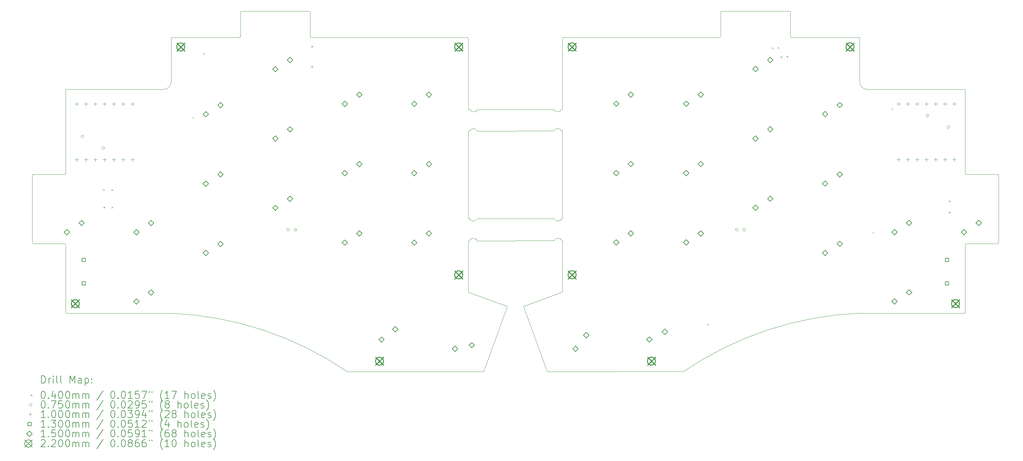
<source format=gbr>
%TF.GenerationSoftware,KiCad,Pcbnew,(6.0.11)*%
%TF.CreationDate,2023-05-08T18:46:19+08:00*%
%TF.ProjectId,DOOOPE,444f4f4f-5045-42e6-9b69-6361645f7063,Rev 1*%
%TF.SameCoordinates,Original*%
%TF.FileFunction,Drillmap*%
%TF.FilePolarity,Positive*%
%FSLAX45Y45*%
G04 Gerber Fmt 4.5, Leading zero omitted, Abs format (unit mm)*
G04 Created by KiCad (PCBNEW (6.0.11)) date 2023-05-08 18:46:19*
%MOMM*%
%LPD*%
G01*
G04 APERTURE LIST*
%ADD10C,0.100000*%
%ADD11C,0.200000*%
%ADD12C,0.040000*%
%ADD13C,0.075000*%
%ADD14C,0.130000*%
%ADD15C,0.150000*%
%ADD16C,0.220000*%
G04 APERTURE END LIST*
D10*
X27985893Y-10933742D02*
G75*
G03*
X28010893Y-10906235I-603J25662D01*
G01*
X16068393Y-10853166D02*
G75*
G03*
X15853393Y-10853166I-107500J-53900D01*
G01*
X16063393Y-7848166D02*
G75*
G03*
X15848393Y-7848166I-107500J-53900D01*
G01*
X20385893Y-5283742D02*
G75*
G03*
X20410893Y-5256235I-603J25662D01*
G01*
X2493393Y-12813166D02*
G75*
G03*
X2518393Y-12840666I25597J-1844D01*
G01*
X27070893Y-12838742D02*
G75*
G03*
X27095893Y-12811235I-603J25662D01*
G01*
X22343393Y-5283735D02*
X24183393Y-5283735D01*
X5405893Y-5285662D02*
G75*
G03*
X5378393Y-5310666I-1843J-25598D01*
G01*
X16083393Y-5311235D02*
X16083393Y-7260666D01*
X7245893Y-5285663D02*
G75*
G03*
X7273393Y-5260666I1847J25593D01*
G01*
X2493393Y-12813166D02*
X2493393Y-10963166D01*
X15840893Y-7260666D02*
G75*
G03*
X16055893Y-7260666I107500J53900D01*
G01*
X13505884Y-5313166D02*
G75*
G03*
X13480893Y-5285666I-25594J1846D01*
G01*
X7300893Y-4570662D02*
G75*
G03*
X7273393Y-4595666I-1843J-25598D01*
G01*
X13505893Y-7261916D02*
X13505893Y-5313166D01*
X28010895Y-9058735D02*
G75*
G03*
X27983393Y-9033735I-25655J-595D01*
G01*
X2493384Y-10963166D02*
G75*
G03*
X2468393Y-10935666I-25594J1846D01*
G01*
X13755893Y-7849416D02*
G75*
G03*
X13540893Y-7849416I-107500J-53900D01*
G01*
X16055893Y-7260666D02*
X16083393Y-7260666D01*
X13505893Y-7849416D02*
X13505893Y-10251916D01*
X13908393Y-14438168D02*
G75*
G03*
X13930893Y-14423166I1577J22009D01*
G01*
X27120893Y-10933734D02*
G75*
G03*
X27095893Y-10961235I597J-25657D01*
G01*
X15658393Y-14421235D02*
X15020893Y-12671235D01*
X27070893Y-12838735D02*
X24210893Y-12838735D01*
X13505893Y-10854416D02*
X13535893Y-10854416D01*
X9178384Y-4598166D02*
G75*
G03*
X9153393Y-4570666I-25594J1846D01*
G01*
X19398393Y-14433735D02*
X15680893Y-14436235D01*
X1605893Y-9035662D02*
G75*
G03*
X1578393Y-9060666I-1843J-25598D01*
G01*
X14568393Y-12673166D02*
X13930893Y-14423166D01*
X9178393Y-5258166D02*
G75*
G03*
X9203393Y-5285666I25597J-1844D01*
G01*
X13760893Y-7261916D02*
X15840893Y-7260666D01*
X14568392Y-12673166D02*
G75*
G03*
X14555893Y-12645666I-18952J7976D01*
G01*
X15848393Y-10250666D02*
G75*
G03*
X16063393Y-10250666I107500J53900D01*
G01*
X27095893Y-10961235D02*
X27095893Y-12811235D01*
X22315896Y-5258735D02*
G75*
G03*
X22343393Y-5283735I25654J595D01*
G01*
X15658400Y-14421232D02*
G75*
G03*
X15680893Y-14436235I20920J7002D01*
G01*
X5405893Y-5285666D02*
X7245893Y-5285666D01*
X20435893Y-4568735D02*
X22288393Y-4568735D01*
X5378393Y-6495666D02*
X5378393Y-5310666D01*
X24420893Y-6708735D02*
X27095893Y-6708735D01*
X13755893Y-10251916D02*
X15848393Y-10250666D01*
X2468393Y-10935666D02*
X1603393Y-10935666D01*
X13750893Y-10854416D02*
X15853393Y-10853166D01*
X24210893Y-6493735D02*
G75*
G03*
X24420893Y-6708735I205717J-9125D01*
G01*
X20435893Y-4568734D02*
G75*
G03*
X20410893Y-4596235I597J-25657D01*
G01*
X1578393Y-10908166D02*
X1578393Y-9060666D01*
X13755893Y-7849416D02*
X15848393Y-7848166D01*
X22315893Y-4593735D02*
X22315893Y-5258735D01*
X13548393Y-7261916D02*
G75*
G03*
X13760893Y-7261916I106250J53273D01*
G01*
X24210895Y-5308735D02*
G75*
G03*
X24183393Y-5283735I-25655J-595D01*
G01*
X9203393Y-5285666D02*
X13480893Y-5285666D01*
X2493393Y-6710666D02*
X5168393Y-6710666D01*
X22315895Y-4593735D02*
G75*
G03*
X22288393Y-4568735I-25655J-595D01*
G01*
X2493393Y-9010666D02*
X2493393Y-6710666D01*
X27095896Y-9008735D02*
G75*
G03*
X27123393Y-9033735I25654J595D01*
G01*
X15033390Y-12643727D02*
G75*
G03*
X15020893Y-12671235I6450J-19523D01*
G01*
X24210893Y-5308735D02*
X24210893Y-6493735D01*
X13505893Y-7261916D02*
X13548393Y-7261916D01*
X16108393Y-5283735D02*
X20385893Y-5283735D01*
X16108393Y-5283734D02*
G75*
G03*
X16083393Y-5311235I597J-25657D01*
G01*
X5378393Y-12840666D02*
X2518393Y-12840666D01*
X27985893Y-10933735D02*
X27120893Y-10933735D01*
X1605893Y-9035666D02*
X2465893Y-9035666D01*
X13505893Y-7849416D02*
X13540893Y-7849416D01*
X10190893Y-14435666D02*
G75*
G03*
X5378393Y-12840666I-5200846J-7634471D01*
G01*
X16063393Y-10250666D02*
X16083393Y-10250666D01*
X28010893Y-9058735D02*
X28010893Y-10906235D01*
X20410893Y-5256235D02*
X20410893Y-4596235D01*
X27095893Y-6708735D02*
X27095893Y-9008735D01*
X13505893Y-10854416D02*
X13505893Y-12238166D01*
X13505893Y-10251916D02*
X13540893Y-10251916D01*
X24210893Y-12838735D02*
G75*
G03*
X19398393Y-14433735I388347J-9229475D01*
G01*
X2465893Y-9035663D02*
G75*
G03*
X2493393Y-9010666I1847J25593D01*
G01*
X16063394Y-12266238D02*
G75*
G03*
X16083393Y-12236235I-10414J28608D01*
G01*
X16063393Y-7848166D02*
X16083393Y-7848166D01*
X9178393Y-4598166D02*
X9178393Y-5258166D01*
X13505898Y-12238167D02*
G75*
G03*
X13525893Y-12268166I30922J-1053D01*
G01*
X13750893Y-10854416D02*
G75*
G03*
X13535893Y-10854416I-107500J-53900D01*
G01*
X27123393Y-9033735D02*
X27983393Y-9033735D01*
X16083393Y-10853166D02*
X16083393Y-12236235D01*
X13525893Y-12268166D02*
X14555893Y-12645666D01*
X7300893Y-4570666D02*
X9153393Y-4570666D01*
X7273393Y-5260666D02*
X7273393Y-4595666D01*
X13908393Y-14438166D02*
X10190893Y-14435666D01*
X5168393Y-6710671D02*
G75*
G03*
X5378393Y-6495666I4277J205881D01*
G01*
X13540893Y-10251916D02*
G75*
G03*
X13755893Y-10251916I107500J53900D01*
G01*
X15033393Y-12643735D02*
X16063393Y-12266235D01*
X16083393Y-7848166D02*
X16083393Y-10250666D01*
X16068393Y-10853166D02*
X16083393Y-10853166D01*
X1578393Y-10908166D02*
G75*
G03*
X1603393Y-10935666I25597J-1844D01*
G01*
D11*
D12*
X3518393Y-9443166D02*
X3558393Y-9483166D01*
X3558393Y-9443166D02*
X3518393Y-9483166D01*
X3528393Y-9923166D02*
X3568393Y-9963166D01*
X3568393Y-9923166D02*
X3528393Y-9963166D01*
X3743393Y-9920666D02*
X3783393Y-9960666D01*
X3783393Y-9920666D02*
X3743393Y-9960666D01*
X3745893Y-9445666D02*
X3785893Y-9485666D01*
X3785893Y-9445666D02*
X3745893Y-9485666D01*
X5960893Y-7468166D02*
X6000893Y-7508166D01*
X6000893Y-7468166D02*
X5960893Y-7508166D01*
X6253393Y-5710666D02*
X6293393Y-5750666D01*
X6293393Y-5710666D02*
X6253393Y-5750666D01*
X9210893Y-5515666D02*
X9250893Y-5555666D01*
X9250893Y-5515666D02*
X9210893Y-5555666D01*
X9210893Y-6065666D02*
X9250893Y-6105666D01*
X9250893Y-6065666D02*
X9210893Y-6105666D01*
X20035893Y-13125666D02*
X20075893Y-13165666D01*
X20075893Y-13125666D02*
X20035893Y-13165666D01*
X21803393Y-5560666D02*
X21843393Y-5600666D01*
X21843393Y-5560666D02*
X21803393Y-5600666D01*
X21965893Y-5548166D02*
X22005893Y-5588166D01*
X22005893Y-5548166D02*
X21965893Y-5588166D01*
X22045893Y-5803166D02*
X22085893Y-5843166D01*
X22085893Y-5803166D02*
X22045893Y-5843166D01*
X22213393Y-5793166D02*
X22253393Y-5833166D01*
X22253393Y-5793166D02*
X22213393Y-5833166D01*
X24560893Y-10618166D02*
X24600893Y-10658166D01*
X24600893Y-10618166D02*
X24560893Y-10658166D01*
X25083393Y-7228166D02*
X25123393Y-7268166D01*
X25123393Y-7228166D02*
X25083393Y-7268166D01*
X26648393Y-9755666D02*
X26688393Y-9795666D01*
X26688393Y-9755666D02*
X26648393Y-9795666D01*
X26648393Y-10058166D02*
X26688393Y-10098166D01*
X26688393Y-10058166D02*
X26648393Y-10098166D01*
D13*
X2990193Y-8000166D02*
G75*
G03*
X2990193Y-8000166I-37500J0D01*
G01*
X3561693Y-8317666D02*
G75*
G03*
X3561693Y-8317666I-37500J0D01*
G01*
X8615893Y-10550666D02*
G75*
G03*
X8615893Y-10550666I-37500J0D01*
G01*
X8815893Y-10550666D02*
G75*
G03*
X8815893Y-10550666I-37500J0D01*
G01*
X20885893Y-10550666D02*
G75*
G03*
X20885893Y-10550666I-37500J0D01*
G01*
X21085893Y-10550666D02*
G75*
G03*
X21085893Y-10550666I-37500J0D01*
G01*
X26104112Y-7426166D02*
G75*
G03*
X26104112Y-7426166I-37500J0D01*
G01*
X26675612Y-7743666D02*
G75*
G03*
X26675612Y-7743666I-37500J0D01*
G01*
D10*
X2793893Y-7061166D02*
X2793893Y-7161166D01*
X2743893Y-7111166D02*
X2843893Y-7111166D01*
X2793893Y-8585166D02*
X2793893Y-8685166D01*
X2743893Y-8635166D02*
X2843893Y-8635166D01*
X3047893Y-7061166D02*
X3047893Y-7161166D01*
X2997893Y-7111166D02*
X3097893Y-7111166D01*
X3047893Y-8585166D02*
X3047893Y-8685166D01*
X2997893Y-8635166D02*
X3097893Y-8635166D01*
X3301893Y-7061166D02*
X3301893Y-7161166D01*
X3251893Y-7111166D02*
X3351893Y-7111166D01*
X3301893Y-8585166D02*
X3301893Y-8685166D01*
X3251893Y-8635166D02*
X3351893Y-8635166D01*
X3555893Y-7061166D02*
X3555893Y-7161166D01*
X3505893Y-7111166D02*
X3605893Y-7111166D01*
X3555893Y-8585166D02*
X3555893Y-8685166D01*
X3505893Y-8635166D02*
X3605893Y-8635166D01*
X3809893Y-7061166D02*
X3809893Y-7161166D01*
X3759893Y-7111166D02*
X3859893Y-7111166D01*
X3809893Y-8585166D02*
X3809893Y-8685166D01*
X3759893Y-8635166D02*
X3859893Y-8635166D01*
X4063893Y-7061166D02*
X4063893Y-7161166D01*
X4013893Y-7111166D02*
X4113893Y-7111166D01*
X4063893Y-8585166D02*
X4063893Y-8685166D01*
X4013893Y-8635166D02*
X4113893Y-8635166D01*
X4317893Y-7061166D02*
X4317893Y-7161166D01*
X4267893Y-7111166D02*
X4367893Y-7111166D01*
X4317893Y-8585166D02*
X4317893Y-8685166D01*
X4267893Y-8635166D02*
X4367893Y-8635166D01*
X25272912Y-7058666D02*
X25272912Y-7158666D01*
X25222912Y-7108666D02*
X25322912Y-7108666D01*
X25272912Y-8582666D02*
X25272912Y-8682666D01*
X25222912Y-8632666D02*
X25322912Y-8632666D01*
X25526912Y-7058666D02*
X25526912Y-7158666D01*
X25476912Y-7108666D02*
X25576912Y-7108666D01*
X25526912Y-8582666D02*
X25526912Y-8682666D01*
X25476912Y-8632666D02*
X25576912Y-8632666D01*
X25780912Y-7058666D02*
X25780912Y-7158666D01*
X25730912Y-7108666D02*
X25830912Y-7108666D01*
X25780912Y-8582666D02*
X25780912Y-8682666D01*
X25730912Y-8632666D02*
X25830912Y-8632666D01*
X26034912Y-7058666D02*
X26034912Y-7158666D01*
X25984912Y-7108666D02*
X26084912Y-7108666D01*
X26034912Y-8582666D02*
X26034912Y-8682666D01*
X25984912Y-8632666D02*
X26084912Y-8632666D01*
X26288912Y-7058666D02*
X26288912Y-7158666D01*
X26238912Y-7108666D02*
X26338912Y-7108666D01*
X26288912Y-8582666D02*
X26288912Y-8682666D01*
X26238912Y-8632666D02*
X26338912Y-8632666D01*
X26542912Y-7058666D02*
X26542912Y-7158666D01*
X26492912Y-7108666D02*
X26592912Y-7108666D01*
X26542912Y-8582666D02*
X26542912Y-8682666D01*
X26492912Y-8632666D02*
X26592912Y-8632666D01*
X26796912Y-7058666D02*
X26796912Y-7158666D01*
X26746912Y-7108666D02*
X26846912Y-7108666D01*
X26796912Y-8582666D02*
X26796912Y-8682666D01*
X26746912Y-8632666D02*
X26846912Y-8632666D01*
D14*
X3031855Y-11421629D02*
X3031855Y-11329704D01*
X2939931Y-11329704D01*
X2939931Y-11421629D01*
X3031855Y-11421629D01*
X3031855Y-12071629D02*
X3031855Y-11979704D01*
X2939931Y-11979704D01*
X2939931Y-12071629D01*
X3031855Y-12071629D01*
X26649355Y-11421629D02*
X26649355Y-11329704D01*
X26557431Y-11329704D01*
X26557431Y-11421629D01*
X26649355Y-11421629D01*
X26649355Y-12071629D02*
X26649355Y-11979704D01*
X26557431Y-11979704D01*
X26557431Y-12071629D01*
X26649355Y-12071629D01*
D15*
X2528393Y-10695666D02*
X2603393Y-10620666D01*
X2528393Y-10545666D01*
X2453393Y-10620666D01*
X2528393Y-10695666D01*
X2928393Y-10445666D02*
X3003393Y-10370666D01*
X2928393Y-10295666D01*
X2853393Y-10370666D01*
X2928393Y-10445666D01*
X4428393Y-10695666D02*
X4503393Y-10620666D01*
X4428393Y-10545666D01*
X4353393Y-10620666D01*
X4428393Y-10695666D01*
X4428393Y-12595666D02*
X4503393Y-12520666D01*
X4428393Y-12445666D01*
X4353393Y-12520666D01*
X4428393Y-12595666D01*
X4828393Y-10445666D02*
X4903393Y-10370666D01*
X4828393Y-10295666D01*
X4753393Y-10370666D01*
X4828393Y-10445666D01*
X4828393Y-12345666D02*
X4903393Y-12270666D01*
X4828393Y-12195666D01*
X4753393Y-12270666D01*
X4828393Y-12345666D01*
X6328393Y-7465666D02*
X6403393Y-7390666D01*
X6328393Y-7315666D01*
X6253393Y-7390666D01*
X6328393Y-7465666D01*
X6328393Y-9365666D02*
X6403393Y-9290666D01*
X6328393Y-9215666D01*
X6253393Y-9290666D01*
X6328393Y-9365666D01*
X6328393Y-11265666D02*
X6403393Y-11190666D01*
X6328393Y-11115666D01*
X6253393Y-11190666D01*
X6328393Y-11265666D01*
X6728393Y-7215666D02*
X6803393Y-7140666D01*
X6728393Y-7065666D01*
X6653393Y-7140666D01*
X6728393Y-7215666D01*
X6728393Y-9115666D02*
X6803393Y-9040666D01*
X6728393Y-8965666D01*
X6653393Y-9040666D01*
X6728393Y-9115666D01*
X6728393Y-11015666D02*
X6803393Y-10940666D01*
X6728393Y-10865666D01*
X6653393Y-10940666D01*
X6728393Y-11015666D01*
X8228393Y-6230666D02*
X8303393Y-6155666D01*
X8228393Y-6080666D01*
X8153393Y-6155666D01*
X8228393Y-6230666D01*
X8228393Y-8130666D02*
X8303393Y-8055666D01*
X8228393Y-7980666D01*
X8153393Y-8055666D01*
X8228393Y-8130666D01*
X8228393Y-10030666D02*
X8303393Y-9955666D01*
X8228393Y-9880666D01*
X8153393Y-9955666D01*
X8228393Y-10030666D01*
X8628393Y-5980666D02*
X8703393Y-5905666D01*
X8628393Y-5830666D01*
X8553393Y-5905666D01*
X8628393Y-5980666D01*
X8628393Y-7880666D02*
X8703393Y-7805666D01*
X8628393Y-7730666D01*
X8553393Y-7805666D01*
X8628393Y-7880666D01*
X8628393Y-9780666D02*
X8703393Y-9705666D01*
X8628393Y-9630666D01*
X8553393Y-9705666D01*
X8628393Y-9780666D01*
X10128393Y-7180666D02*
X10203393Y-7105666D01*
X10128393Y-7030666D01*
X10053393Y-7105666D01*
X10128393Y-7180666D01*
X10128393Y-9080666D02*
X10203393Y-9005666D01*
X10128393Y-8930666D01*
X10053393Y-9005666D01*
X10128393Y-9080666D01*
X10128393Y-10980666D02*
X10203393Y-10905666D01*
X10128393Y-10830666D01*
X10053393Y-10905666D01*
X10128393Y-10980666D01*
X10528393Y-6930666D02*
X10603393Y-6855666D01*
X10528393Y-6780666D01*
X10453393Y-6855666D01*
X10528393Y-6930666D01*
X10528393Y-8830666D02*
X10603393Y-8755666D01*
X10528393Y-8680666D01*
X10453393Y-8755666D01*
X10528393Y-8830666D01*
X10528393Y-10730666D02*
X10603393Y-10655666D01*
X10528393Y-10580666D01*
X10453393Y-10655666D01*
X10528393Y-10730666D01*
X11133301Y-13638269D02*
X11208301Y-13563269D01*
X11133301Y-13488269D01*
X11058301Y-13563269D01*
X11133301Y-13638269D01*
X11509990Y-13354358D02*
X11584990Y-13279358D01*
X11509990Y-13204358D01*
X11434990Y-13279358D01*
X11509990Y-13354358D01*
X12028393Y-7180666D02*
X12103393Y-7105666D01*
X12028393Y-7030666D01*
X11953393Y-7105666D01*
X12028393Y-7180666D01*
X12028393Y-9080666D02*
X12103393Y-9005666D01*
X12028393Y-8930666D01*
X11953393Y-9005666D01*
X12028393Y-9080666D01*
X12028393Y-10980666D02*
X12103393Y-10905666D01*
X12028393Y-10830666D01*
X11953393Y-10905666D01*
X12028393Y-10980666D01*
X12428393Y-6930666D02*
X12503393Y-6855666D01*
X12428393Y-6780666D01*
X12353393Y-6855666D01*
X12428393Y-6930666D01*
X12428393Y-8830666D02*
X12503393Y-8755666D01*
X12428393Y-8680666D01*
X12353393Y-8755666D01*
X12428393Y-8830666D01*
X12428393Y-10730666D02*
X12503393Y-10655666D01*
X12428393Y-10580666D01*
X12353393Y-10655666D01*
X12428393Y-10730666D01*
X13142920Y-13887673D02*
X13217920Y-13812673D01*
X13142920Y-13737673D01*
X13067920Y-13812673D01*
X13142920Y-13887673D01*
X13604302Y-13789558D02*
X13679302Y-13714558D01*
X13604302Y-13639558D01*
X13529302Y-13714558D01*
X13604302Y-13789558D01*
X16440116Y-13885173D02*
X16515116Y-13810173D01*
X16440116Y-13735173D01*
X16365116Y-13810173D01*
X16440116Y-13885173D01*
X16730488Y-13513441D02*
X16805488Y-13438441D01*
X16730488Y-13363441D01*
X16655488Y-13438441D01*
X16730488Y-13513441D01*
X17554643Y-7178166D02*
X17629643Y-7103166D01*
X17554643Y-7028166D01*
X17479643Y-7103166D01*
X17554643Y-7178166D01*
X17554643Y-9078166D02*
X17629643Y-9003166D01*
X17554643Y-8928166D01*
X17479643Y-9003166D01*
X17554643Y-9078166D01*
X17554643Y-10978166D02*
X17629643Y-10903166D01*
X17554643Y-10828166D01*
X17479643Y-10903166D01*
X17554643Y-10978166D01*
X17954643Y-6928166D02*
X18029643Y-6853166D01*
X17954643Y-6778166D01*
X17879643Y-6853166D01*
X17954643Y-6928166D01*
X17954643Y-8828166D02*
X18029643Y-8753166D01*
X17954643Y-8678166D01*
X17879643Y-8753166D01*
X17954643Y-8828166D01*
X17954643Y-10728166D02*
X18029643Y-10653166D01*
X17954643Y-10578166D01*
X17879643Y-10653166D01*
X17954643Y-10728166D01*
X18460985Y-13635769D02*
X18535985Y-13560769D01*
X18460985Y-13485769D01*
X18385985Y-13560769D01*
X18460985Y-13635769D01*
X18881252Y-13421583D02*
X18956252Y-13346583D01*
X18881252Y-13271583D01*
X18806252Y-13346583D01*
X18881252Y-13421583D01*
X19465893Y-7178166D02*
X19540893Y-7103166D01*
X19465893Y-7028166D01*
X19390893Y-7103166D01*
X19465893Y-7178166D01*
X19465893Y-9078166D02*
X19540893Y-9003166D01*
X19465893Y-8928166D01*
X19390893Y-9003166D01*
X19465893Y-9078166D01*
X19465893Y-10978166D02*
X19540893Y-10903166D01*
X19465893Y-10828166D01*
X19390893Y-10903166D01*
X19465893Y-10978166D01*
X19865893Y-6928166D02*
X19940893Y-6853166D01*
X19865893Y-6778166D01*
X19790893Y-6853166D01*
X19865893Y-6928166D01*
X19865893Y-8828166D02*
X19940893Y-8753166D01*
X19865893Y-8678166D01*
X19790893Y-8753166D01*
X19865893Y-8828166D01*
X19865893Y-10728166D02*
X19940893Y-10653166D01*
X19865893Y-10578166D01*
X19790893Y-10653166D01*
X19865893Y-10728166D01*
X21365893Y-6228166D02*
X21440893Y-6153166D01*
X21365893Y-6078166D01*
X21290893Y-6153166D01*
X21365893Y-6228166D01*
X21365893Y-8128166D02*
X21440893Y-8053166D01*
X21365893Y-7978166D01*
X21290893Y-8053166D01*
X21365893Y-8128166D01*
X21365893Y-10028166D02*
X21440893Y-9953166D01*
X21365893Y-9878166D01*
X21290893Y-9953166D01*
X21365893Y-10028166D01*
X21765893Y-5978166D02*
X21840893Y-5903166D01*
X21765893Y-5828166D01*
X21690893Y-5903166D01*
X21765893Y-5978166D01*
X21765893Y-7878166D02*
X21840893Y-7803166D01*
X21765893Y-7728166D01*
X21690893Y-7803166D01*
X21765893Y-7878166D01*
X21765893Y-9778166D02*
X21840893Y-9703166D01*
X21765893Y-9628166D01*
X21690893Y-9703166D01*
X21765893Y-9778166D01*
X23265893Y-7463166D02*
X23340893Y-7388166D01*
X23265893Y-7313166D01*
X23190893Y-7388166D01*
X23265893Y-7463166D01*
X23265893Y-9363166D02*
X23340893Y-9288166D01*
X23265893Y-9213166D01*
X23190893Y-9288166D01*
X23265893Y-9363166D01*
X23265893Y-11263166D02*
X23340893Y-11188166D01*
X23265893Y-11113166D01*
X23190893Y-11188166D01*
X23265893Y-11263166D01*
X23665893Y-7213166D02*
X23740893Y-7138166D01*
X23665893Y-7063166D01*
X23590893Y-7138166D01*
X23665893Y-7213166D01*
X23665893Y-9113166D02*
X23740893Y-9038166D01*
X23665893Y-8963166D01*
X23590893Y-9038166D01*
X23665893Y-9113166D01*
X23665893Y-11013166D02*
X23740893Y-10938166D01*
X23665893Y-10863166D01*
X23590893Y-10938166D01*
X23665893Y-11013166D01*
X25165893Y-10693166D02*
X25240893Y-10618166D01*
X25165893Y-10543166D01*
X25090893Y-10618166D01*
X25165893Y-10693166D01*
X25165893Y-12593166D02*
X25240893Y-12518166D01*
X25165893Y-12443166D01*
X25090893Y-12518166D01*
X25165893Y-12593166D01*
X25565893Y-10443166D02*
X25640893Y-10368166D01*
X25565893Y-10293166D01*
X25490893Y-10368166D01*
X25565893Y-10443166D01*
X25565893Y-12343166D02*
X25640893Y-12268166D01*
X25565893Y-12193166D01*
X25490893Y-12268166D01*
X25565893Y-12343166D01*
X27065893Y-10693166D02*
X27140893Y-10618166D01*
X27065893Y-10543166D01*
X26990893Y-10618166D01*
X27065893Y-10693166D01*
X27465893Y-10443166D02*
X27540893Y-10368166D01*
X27465893Y-10293166D01*
X27390893Y-10368166D01*
X27465893Y-10443166D01*
D16*
X2645893Y-12468166D02*
X2865893Y-12688166D01*
X2865893Y-12468166D02*
X2645893Y-12688166D01*
X2865893Y-12578166D02*
G75*
G03*
X2865893Y-12578166I-110000J0D01*
G01*
X5530893Y-5438166D02*
X5750893Y-5658166D01*
X5750893Y-5438166D02*
X5530893Y-5658166D01*
X5750893Y-5548166D02*
G75*
G03*
X5750893Y-5548166I-110000J0D01*
G01*
X10968393Y-14043349D02*
X11188393Y-14263349D01*
X11188393Y-14043349D02*
X10968393Y-14263349D01*
X11188393Y-14153349D02*
G75*
G03*
X11188393Y-14153349I-110000J0D01*
G01*
X13133393Y-5438166D02*
X13353393Y-5658166D01*
X13353393Y-5438166D02*
X13133393Y-5658166D01*
X13353393Y-5548166D02*
G75*
G03*
X13353393Y-5548166I-110000J0D01*
G01*
X13133393Y-11678166D02*
X13353393Y-11898166D01*
X13353393Y-11678166D02*
X13133393Y-11898166D01*
X13353393Y-11788166D02*
G75*
G03*
X13353393Y-11788166I-110000J0D01*
G01*
X16235893Y-5436235D02*
X16455893Y-5656235D01*
X16455893Y-5436235D02*
X16235893Y-5656235D01*
X16455893Y-5546235D02*
G75*
G03*
X16455893Y-5546235I-110000J0D01*
G01*
X16235893Y-11676235D02*
X16455893Y-11896235D01*
X16455893Y-11676235D02*
X16235893Y-11896235D01*
X16455893Y-11786235D02*
G75*
G03*
X16455893Y-11786235I-110000J0D01*
G01*
X18405893Y-14040849D02*
X18625893Y-14260849D01*
X18625893Y-14040849D02*
X18405893Y-14260849D01*
X18625893Y-14150849D02*
G75*
G03*
X18625893Y-14150849I-110000J0D01*
G01*
X23838393Y-5436235D02*
X24058393Y-5656235D01*
X24058393Y-5436235D02*
X23838393Y-5656235D01*
X24058393Y-5546235D02*
G75*
G03*
X24058393Y-5546235I-110000J0D01*
G01*
X26723393Y-12466235D02*
X26943393Y-12686235D01*
X26943393Y-12466235D02*
X26723393Y-12686235D01*
X26943393Y-12576235D02*
G75*
G03*
X26943393Y-12576235I-110000J0D01*
G01*
D11*
X1830946Y-14753701D02*
X1830946Y-14553701D01*
X1878565Y-14553701D01*
X1907136Y-14563225D01*
X1926184Y-14582272D01*
X1935708Y-14601320D01*
X1945231Y-14639415D01*
X1945231Y-14667987D01*
X1935708Y-14706082D01*
X1926184Y-14725130D01*
X1907136Y-14744177D01*
X1878565Y-14753701D01*
X1830946Y-14753701D01*
X2030946Y-14753701D02*
X2030946Y-14620368D01*
X2030946Y-14658463D02*
X2040469Y-14639415D01*
X2049993Y-14629891D01*
X2069041Y-14620368D01*
X2088089Y-14620368D01*
X2154755Y-14753701D02*
X2154755Y-14620368D01*
X2154755Y-14553701D02*
X2145231Y-14563225D01*
X2154755Y-14572749D01*
X2164279Y-14563225D01*
X2154755Y-14553701D01*
X2154755Y-14572749D01*
X2278565Y-14753701D02*
X2259517Y-14744177D01*
X2249993Y-14725130D01*
X2249993Y-14553701D01*
X2383327Y-14753701D02*
X2364279Y-14744177D01*
X2354755Y-14725130D01*
X2354755Y-14553701D01*
X2611898Y-14753701D02*
X2611898Y-14553701D01*
X2678565Y-14696558D01*
X2745231Y-14553701D01*
X2745231Y-14753701D01*
X2926184Y-14753701D02*
X2926184Y-14648939D01*
X2916660Y-14629891D01*
X2897612Y-14620368D01*
X2859517Y-14620368D01*
X2840469Y-14629891D01*
X2926184Y-14744177D02*
X2907136Y-14753701D01*
X2859517Y-14753701D01*
X2840469Y-14744177D01*
X2830946Y-14725130D01*
X2830946Y-14706082D01*
X2840469Y-14687034D01*
X2859517Y-14677511D01*
X2907136Y-14677511D01*
X2926184Y-14667987D01*
X3021422Y-14620368D02*
X3021422Y-14820368D01*
X3021422Y-14629891D02*
X3040469Y-14620368D01*
X3078565Y-14620368D01*
X3097612Y-14629891D01*
X3107136Y-14639415D01*
X3116660Y-14658463D01*
X3116660Y-14715606D01*
X3107136Y-14734653D01*
X3097612Y-14744177D01*
X3078565Y-14753701D01*
X3040469Y-14753701D01*
X3021422Y-14744177D01*
X3202374Y-14734653D02*
X3211898Y-14744177D01*
X3202374Y-14753701D01*
X3192850Y-14744177D01*
X3202374Y-14734653D01*
X3202374Y-14753701D01*
X3202374Y-14629891D02*
X3211898Y-14639415D01*
X3202374Y-14648939D01*
X3192850Y-14639415D01*
X3202374Y-14629891D01*
X3202374Y-14648939D01*
D12*
X1533327Y-15063225D02*
X1573327Y-15103225D01*
X1573327Y-15063225D02*
X1533327Y-15103225D01*
D11*
X1869041Y-14973701D02*
X1888089Y-14973701D01*
X1907136Y-14983225D01*
X1916660Y-14992749D01*
X1926184Y-15011796D01*
X1935708Y-15049891D01*
X1935708Y-15097511D01*
X1926184Y-15135606D01*
X1916660Y-15154653D01*
X1907136Y-15164177D01*
X1888089Y-15173701D01*
X1869041Y-15173701D01*
X1849993Y-15164177D01*
X1840469Y-15154653D01*
X1830946Y-15135606D01*
X1821422Y-15097511D01*
X1821422Y-15049891D01*
X1830946Y-15011796D01*
X1840469Y-14992749D01*
X1849993Y-14983225D01*
X1869041Y-14973701D01*
X2021422Y-15154653D02*
X2030946Y-15164177D01*
X2021422Y-15173701D01*
X2011898Y-15164177D01*
X2021422Y-15154653D01*
X2021422Y-15173701D01*
X2202374Y-15040368D02*
X2202374Y-15173701D01*
X2154755Y-14964177D02*
X2107136Y-15107034D01*
X2230946Y-15107034D01*
X2345231Y-14973701D02*
X2364279Y-14973701D01*
X2383327Y-14983225D01*
X2392851Y-14992749D01*
X2402374Y-15011796D01*
X2411898Y-15049891D01*
X2411898Y-15097511D01*
X2402374Y-15135606D01*
X2392851Y-15154653D01*
X2383327Y-15164177D01*
X2364279Y-15173701D01*
X2345231Y-15173701D01*
X2326184Y-15164177D01*
X2316660Y-15154653D01*
X2307136Y-15135606D01*
X2297612Y-15097511D01*
X2297612Y-15049891D01*
X2307136Y-15011796D01*
X2316660Y-14992749D01*
X2326184Y-14983225D01*
X2345231Y-14973701D01*
X2535708Y-14973701D02*
X2554755Y-14973701D01*
X2573803Y-14983225D01*
X2583327Y-14992749D01*
X2592851Y-15011796D01*
X2602374Y-15049891D01*
X2602374Y-15097511D01*
X2592851Y-15135606D01*
X2583327Y-15154653D01*
X2573803Y-15164177D01*
X2554755Y-15173701D01*
X2535708Y-15173701D01*
X2516660Y-15164177D01*
X2507136Y-15154653D01*
X2497612Y-15135606D01*
X2488089Y-15097511D01*
X2488089Y-15049891D01*
X2497612Y-15011796D01*
X2507136Y-14992749D01*
X2516660Y-14983225D01*
X2535708Y-14973701D01*
X2688089Y-15173701D02*
X2688089Y-15040368D01*
X2688089Y-15059415D02*
X2697612Y-15049891D01*
X2716660Y-15040368D01*
X2745231Y-15040368D01*
X2764279Y-15049891D01*
X2773803Y-15068939D01*
X2773803Y-15173701D01*
X2773803Y-15068939D02*
X2783327Y-15049891D01*
X2802374Y-15040368D01*
X2830946Y-15040368D01*
X2849993Y-15049891D01*
X2859517Y-15068939D01*
X2859517Y-15173701D01*
X2954755Y-15173701D02*
X2954755Y-15040368D01*
X2954755Y-15059415D02*
X2964279Y-15049891D01*
X2983327Y-15040368D01*
X3011898Y-15040368D01*
X3030946Y-15049891D01*
X3040469Y-15068939D01*
X3040469Y-15173701D01*
X3040469Y-15068939D02*
X3049993Y-15049891D01*
X3069041Y-15040368D01*
X3097612Y-15040368D01*
X3116660Y-15049891D01*
X3126184Y-15068939D01*
X3126184Y-15173701D01*
X3516660Y-14964177D02*
X3345231Y-15221320D01*
X3773803Y-14973701D02*
X3792850Y-14973701D01*
X3811898Y-14983225D01*
X3821422Y-14992749D01*
X3830946Y-15011796D01*
X3840469Y-15049891D01*
X3840469Y-15097511D01*
X3830946Y-15135606D01*
X3821422Y-15154653D01*
X3811898Y-15164177D01*
X3792850Y-15173701D01*
X3773803Y-15173701D01*
X3754755Y-15164177D01*
X3745231Y-15154653D01*
X3735708Y-15135606D01*
X3726184Y-15097511D01*
X3726184Y-15049891D01*
X3735708Y-15011796D01*
X3745231Y-14992749D01*
X3754755Y-14983225D01*
X3773803Y-14973701D01*
X3926184Y-15154653D02*
X3935708Y-15164177D01*
X3926184Y-15173701D01*
X3916660Y-15164177D01*
X3926184Y-15154653D01*
X3926184Y-15173701D01*
X4059517Y-14973701D02*
X4078565Y-14973701D01*
X4097612Y-14983225D01*
X4107136Y-14992749D01*
X4116660Y-15011796D01*
X4126184Y-15049891D01*
X4126184Y-15097511D01*
X4116660Y-15135606D01*
X4107136Y-15154653D01*
X4097612Y-15164177D01*
X4078565Y-15173701D01*
X4059517Y-15173701D01*
X4040469Y-15164177D01*
X4030946Y-15154653D01*
X4021422Y-15135606D01*
X4011898Y-15097511D01*
X4011898Y-15049891D01*
X4021422Y-15011796D01*
X4030946Y-14992749D01*
X4040469Y-14983225D01*
X4059517Y-14973701D01*
X4316660Y-15173701D02*
X4202374Y-15173701D01*
X4259517Y-15173701D02*
X4259517Y-14973701D01*
X4240470Y-15002272D01*
X4221422Y-15021320D01*
X4202374Y-15030844D01*
X4497612Y-14973701D02*
X4402374Y-14973701D01*
X4392851Y-15068939D01*
X4402374Y-15059415D01*
X4421422Y-15049891D01*
X4469041Y-15049891D01*
X4488089Y-15059415D01*
X4497612Y-15068939D01*
X4507136Y-15087987D01*
X4507136Y-15135606D01*
X4497612Y-15154653D01*
X4488089Y-15164177D01*
X4469041Y-15173701D01*
X4421422Y-15173701D01*
X4402374Y-15164177D01*
X4392851Y-15154653D01*
X4573803Y-14973701D02*
X4707136Y-14973701D01*
X4621422Y-15173701D01*
X4773803Y-14973701D02*
X4773803Y-15011796D01*
X4849993Y-14973701D02*
X4849993Y-15011796D01*
X5145231Y-15249891D02*
X5135708Y-15240368D01*
X5116660Y-15211796D01*
X5107136Y-15192749D01*
X5097612Y-15164177D01*
X5088089Y-15116558D01*
X5088089Y-15078463D01*
X5097612Y-15030844D01*
X5107136Y-15002272D01*
X5116660Y-14983225D01*
X5135708Y-14954653D01*
X5145231Y-14945130D01*
X5326184Y-15173701D02*
X5211898Y-15173701D01*
X5269041Y-15173701D02*
X5269041Y-14973701D01*
X5249993Y-15002272D01*
X5230946Y-15021320D01*
X5211898Y-15030844D01*
X5392851Y-14973701D02*
X5526184Y-14973701D01*
X5440470Y-15173701D01*
X5754755Y-15173701D02*
X5754755Y-14973701D01*
X5840469Y-15173701D02*
X5840469Y-15068939D01*
X5830946Y-15049891D01*
X5811898Y-15040368D01*
X5783327Y-15040368D01*
X5764279Y-15049891D01*
X5754755Y-15059415D01*
X5964279Y-15173701D02*
X5945231Y-15164177D01*
X5935708Y-15154653D01*
X5926184Y-15135606D01*
X5926184Y-15078463D01*
X5935708Y-15059415D01*
X5945231Y-15049891D01*
X5964279Y-15040368D01*
X5992850Y-15040368D01*
X6011898Y-15049891D01*
X6021422Y-15059415D01*
X6030946Y-15078463D01*
X6030946Y-15135606D01*
X6021422Y-15154653D01*
X6011898Y-15164177D01*
X5992850Y-15173701D01*
X5964279Y-15173701D01*
X6145231Y-15173701D02*
X6126184Y-15164177D01*
X6116660Y-15145130D01*
X6116660Y-14973701D01*
X6297612Y-15164177D02*
X6278565Y-15173701D01*
X6240469Y-15173701D01*
X6221422Y-15164177D01*
X6211898Y-15145130D01*
X6211898Y-15068939D01*
X6221422Y-15049891D01*
X6240469Y-15040368D01*
X6278565Y-15040368D01*
X6297612Y-15049891D01*
X6307136Y-15068939D01*
X6307136Y-15087987D01*
X6211898Y-15107034D01*
X6383327Y-15164177D02*
X6402374Y-15173701D01*
X6440469Y-15173701D01*
X6459517Y-15164177D01*
X6469041Y-15145130D01*
X6469041Y-15135606D01*
X6459517Y-15116558D01*
X6440469Y-15107034D01*
X6411898Y-15107034D01*
X6392850Y-15097511D01*
X6383327Y-15078463D01*
X6383327Y-15068939D01*
X6392850Y-15049891D01*
X6411898Y-15040368D01*
X6440469Y-15040368D01*
X6459517Y-15049891D01*
X6535708Y-15249891D02*
X6545231Y-15240368D01*
X6564279Y-15211796D01*
X6573803Y-15192749D01*
X6583327Y-15164177D01*
X6592850Y-15116558D01*
X6592850Y-15078463D01*
X6583327Y-15030844D01*
X6573803Y-15002272D01*
X6564279Y-14983225D01*
X6545231Y-14954653D01*
X6535708Y-14945130D01*
D13*
X1573327Y-15347225D02*
G75*
G03*
X1573327Y-15347225I-37500J0D01*
G01*
D11*
X1869041Y-15237701D02*
X1888089Y-15237701D01*
X1907136Y-15247225D01*
X1916660Y-15256749D01*
X1926184Y-15275796D01*
X1935708Y-15313891D01*
X1935708Y-15361511D01*
X1926184Y-15399606D01*
X1916660Y-15418653D01*
X1907136Y-15428177D01*
X1888089Y-15437701D01*
X1869041Y-15437701D01*
X1849993Y-15428177D01*
X1840469Y-15418653D01*
X1830946Y-15399606D01*
X1821422Y-15361511D01*
X1821422Y-15313891D01*
X1830946Y-15275796D01*
X1840469Y-15256749D01*
X1849993Y-15247225D01*
X1869041Y-15237701D01*
X2021422Y-15418653D02*
X2030946Y-15428177D01*
X2021422Y-15437701D01*
X2011898Y-15428177D01*
X2021422Y-15418653D01*
X2021422Y-15437701D01*
X2097612Y-15237701D02*
X2230946Y-15237701D01*
X2145231Y-15437701D01*
X2402374Y-15237701D02*
X2307136Y-15237701D01*
X2297612Y-15332939D01*
X2307136Y-15323415D01*
X2326184Y-15313891D01*
X2373803Y-15313891D01*
X2392851Y-15323415D01*
X2402374Y-15332939D01*
X2411898Y-15351987D01*
X2411898Y-15399606D01*
X2402374Y-15418653D01*
X2392851Y-15428177D01*
X2373803Y-15437701D01*
X2326184Y-15437701D01*
X2307136Y-15428177D01*
X2297612Y-15418653D01*
X2535708Y-15237701D02*
X2554755Y-15237701D01*
X2573803Y-15247225D01*
X2583327Y-15256749D01*
X2592851Y-15275796D01*
X2602374Y-15313891D01*
X2602374Y-15361511D01*
X2592851Y-15399606D01*
X2583327Y-15418653D01*
X2573803Y-15428177D01*
X2554755Y-15437701D01*
X2535708Y-15437701D01*
X2516660Y-15428177D01*
X2507136Y-15418653D01*
X2497612Y-15399606D01*
X2488089Y-15361511D01*
X2488089Y-15313891D01*
X2497612Y-15275796D01*
X2507136Y-15256749D01*
X2516660Y-15247225D01*
X2535708Y-15237701D01*
X2688089Y-15437701D02*
X2688089Y-15304368D01*
X2688089Y-15323415D02*
X2697612Y-15313891D01*
X2716660Y-15304368D01*
X2745231Y-15304368D01*
X2764279Y-15313891D01*
X2773803Y-15332939D01*
X2773803Y-15437701D01*
X2773803Y-15332939D02*
X2783327Y-15313891D01*
X2802374Y-15304368D01*
X2830946Y-15304368D01*
X2849993Y-15313891D01*
X2859517Y-15332939D01*
X2859517Y-15437701D01*
X2954755Y-15437701D02*
X2954755Y-15304368D01*
X2954755Y-15323415D02*
X2964279Y-15313891D01*
X2983327Y-15304368D01*
X3011898Y-15304368D01*
X3030946Y-15313891D01*
X3040469Y-15332939D01*
X3040469Y-15437701D01*
X3040469Y-15332939D02*
X3049993Y-15313891D01*
X3069041Y-15304368D01*
X3097612Y-15304368D01*
X3116660Y-15313891D01*
X3126184Y-15332939D01*
X3126184Y-15437701D01*
X3516660Y-15228177D02*
X3345231Y-15485320D01*
X3773803Y-15237701D02*
X3792850Y-15237701D01*
X3811898Y-15247225D01*
X3821422Y-15256749D01*
X3830946Y-15275796D01*
X3840469Y-15313891D01*
X3840469Y-15361511D01*
X3830946Y-15399606D01*
X3821422Y-15418653D01*
X3811898Y-15428177D01*
X3792850Y-15437701D01*
X3773803Y-15437701D01*
X3754755Y-15428177D01*
X3745231Y-15418653D01*
X3735708Y-15399606D01*
X3726184Y-15361511D01*
X3726184Y-15313891D01*
X3735708Y-15275796D01*
X3745231Y-15256749D01*
X3754755Y-15247225D01*
X3773803Y-15237701D01*
X3926184Y-15418653D02*
X3935708Y-15428177D01*
X3926184Y-15437701D01*
X3916660Y-15428177D01*
X3926184Y-15418653D01*
X3926184Y-15437701D01*
X4059517Y-15237701D02*
X4078565Y-15237701D01*
X4097612Y-15247225D01*
X4107136Y-15256749D01*
X4116660Y-15275796D01*
X4126184Y-15313891D01*
X4126184Y-15361511D01*
X4116660Y-15399606D01*
X4107136Y-15418653D01*
X4097612Y-15428177D01*
X4078565Y-15437701D01*
X4059517Y-15437701D01*
X4040469Y-15428177D01*
X4030946Y-15418653D01*
X4021422Y-15399606D01*
X4011898Y-15361511D01*
X4011898Y-15313891D01*
X4021422Y-15275796D01*
X4030946Y-15256749D01*
X4040469Y-15247225D01*
X4059517Y-15237701D01*
X4202374Y-15256749D02*
X4211898Y-15247225D01*
X4230946Y-15237701D01*
X4278565Y-15237701D01*
X4297612Y-15247225D01*
X4307136Y-15256749D01*
X4316660Y-15275796D01*
X4316660Y-15294844D01*
X4307136Y-15323415D01*
X4192850Y-15437701D01*
X4316660Y-15437701D01*
X4411898Y-15437701D02*
X4449993Y-15437701D01*
X4469041Y-15428177D01*
X4478565Y-15418653D01*
X4497612Y-15390082D01*
X4507136Y-15351987D01*
X4507136Y-15275796D01*
X4497612Y-15256749D01*
X4488089Y-15247225D01*
X4469041Y-15237701D01*
X4430946Y-15237701D01*
X4411898Y-15247225D01*
X4402374Y-15256749D01*
X4392851Y-15275796D01*
X4392851Y-15323415D01*
X4402374Y-15342463D01*
X4411898Y-15351987D01*
X4430946Y-15361511D01*
X4469041Y-15361511D01*
X4488089Y-15351987D01*
X4497612Y-15342463D01*
X4507136Y-15323415D01*
X4688089Y-15237701D02*
X4592851Y-15237701D01*
X4583327Y-15332939D01*
X4592851Y-15323415D01*
X4611898Y-15313891D01*
X4659517Y-15313891D01*
X4678565Y-15323415D01*
X4688089Y-15332939D01*
X4697612Y-15351987D01*
X4697612Y-15399606D01*
X4688089Y-15418653D01*
X4678565Y-15428177D01*
X4659517Y-15437701D01*
X4611898Y-15437701D01*
X4592851Y-15428177D01*
X4583327Y-15418653D01*
X4773803Y-15237701D02*
X4773803Y-15275796D01*
X4849993Y-15237701D02*
X4849993Y-15275796D01*
X5145231Y-15513891D02*
X5135708Y-15504368D01*
X5116660Y-15475796D01*
X5107136Y-15456749D01*
X5097612Y-15428177D01*
X5088089Y-15380558D01*
X5088089Y-15342463D01*
X5097612Y-15294844D01*
X5107136Y-15266272D01*
X5116660Y-15247225D01*
X5135708Y-15218653D01*
X5145231Y-15209130D01*
X5249993Y-15323415D02*
X5230946Y-15313891D01*
X5221422Y-15304368D01*
X5211898Y-15285320D01*
X5211898Y-15275796D01*
X5221422Y-15256749D01*
X5230946Y-15247225D01*
X5249993Y-15237701D01*
X5288089Y-15237701D01*
X5307136Y-15247225D01*
X5316660Y-15256749D01*
X5326184Y-15275796D01*
X5326184Y-15285320D01*
X5316660Y-15304368D01*
X5307136Y-15313891D01*
X5288089Y-15323415D01*
X5249993Y-15323415D01*
X5230946Y-15332939D01*
X5221422Y-15342463D01*
X5211898Y-15361511D01*
X5211898Y-15399606D01*
X5221422Y-15418653D01*
X5230946Y-15428177D01*
X5249993Y-15437701D01*
X5288089Y-15437701D01*
X5307136Y-15428177D01*
X5316660Y-15418653D01*
X5326184Y-15399606D01*
X5326184Y-15361511D01*
X5316660Y-15342463D01*
X5307136Y-15332939D01*
X5288089Y-15323415D01*
X5564279Y-15437701D02*
X5564279Y-15237701D01*
X5649993Y-15437701D02*
X5649993Y-15332939D01*
X5640469Y-15313891D01*
X5621422Y-15304368D01*
X5592850Y-15304368D01*
X5573803Y-15313891D01*
X5564279Y-15323415D01*
X5773803Y-15437701D02*
X5754755Y-15428177D01*
X5745231Y-15418653D01*
X5735708Y-15399606D01*
X5735708Y-15342463D01*
X5745231Y-15323415D01*
X5754755Y-15313891D01*
X5773803Y-15304368D01*
X5802374Y-15304368D01*
X5821422Y-15313891D01*
X5830946Y-15323415D01*
X5840469Y-15342463D01*
X5840469Y-15399606D01*
X5830946Y-15418653D01*
X5821422Y-15428177D01*
X5802374Y-15437701D01*
X5773803Y-15437701D01*
X5954755Y-15437701D02*
X5935708Y-15428177D01*
X5926184Y-15409130D01*
X5926184Y-15237701D01*
X6107136Y-15428177D02*
X6088089Y-15437701D01*
X6049993Y-15437701D01*
X6030946Y-15428177D01*
X6021422Y-15409130D01*
X6021422Y-15332939D01*
X6030946Y-15313891D01*
X6049993Y-15304368D01*
X6088089Y-15304368D01*
X6107136Y-15313891D01*
X6116660Y-15332939D01*
X6116660Y-15351987D01*
X6021422Y-15371034D01*
X6192850Y-15428177D02*
X6211898Y-15437701D01*
X6249993Y-15437701D01*
X6269041Y-15428177D01*
X6278565Y-15409130D01*
X6278565Y-15399606D01*
X6269041Y-15380558D01*
X6249993Y-15371034D01*
X6221422Y-15371034D01*
X6202374Y-15361511D01*
X6192850Y-15342463D01*
X6192850Y-15332939D01*
X6202374Y-15313891D01*
X6221422Y-15304368D01*
X6249993Y-15304368D01*
X6269041Y-15313891D01*
X6345231Y-15513891D02*
X6354755Y-15504368D01*
X6373803Y-15475796D01*
X6383327Y-15456749D01*
X6392850Y-15428177D01*
X6402374Y-15380558D01*
X6402374Y-15342463D01*
X6392850Y-15294844D01*
X6383327Y-15266272D01*
X6373803Y-15247225D01*
X6354755Y-15218653D01*
X6345231Y-15209130D01*
D10*
X1523327Y-15561225D02*
X1523327Y-15661225D01*
X1473327Y-15611225D02*
X1573327Y-15611225D01*
D11*
X1935708Y-15701701D02*
X1821422Y-15701701D01*
X1878565Y-15701701D02*
X1878565Y-15501701D01*
X1859517Y-15530272D01*
X1840469Y-15549320D01*
X1821422Y-15558844D01*
X2021422Y-15682653D02*
X2030946Y-15692177D01*
X2021422Y-15701701D01*
X2011898Y-15692177D01*
X2021422Y-15682653D01*
X2021422Y-15701701D01*
X2154755Y-15501701D02*
X2173803Y-15501701D01*
X2192851Y-15511225D01*
X2202374Y-15520749D01*
X2211898Y-15539796D01*
X2221422Y-15577891D01*
X2221422Y-15625511D01*
X2211898Y-15663606D01*
X2202374Y-15682653D01*
X2192851Y-15692177D01*
X2173803Y-15701701D01*
X2154755Y-15701701D01*
X2135708Y-15692177D01*
X2126184Y-15682653D01*
X2116660Y-15663606D01*
X2107136Y-15625511D01*
X2107136Y-15577891D01*
X2116660Y-15539796D01*
X2126184Y-15520749D01*
X2135708Y-15511225D01*
X2154755Y-15501701D01*
X2345231Y-15501701D02*
X2364279Y-15501701D01*
X2383327Y-15511225D01*
X2392851Y-15520749D01*
X2402374Y-15539796D01*
X2411898Y-15577891D01*
X2411898Y-15625511D01*
X2402374Y-15663606D01*
X2392851Y-15682653D01*
X2383327Y-15692177D01*
X2364279Y-15701701D01*
X2345231Y-15701701D01*
X2326184Y-15692177D01*
X2316660Y-15682653D01*
X2307136Y-15663606D01*
X2297612Y-15625511D01*
X2297612Y-15577891D01*
X2307136Y-15539796D01*
X2316660Y-15520749D01*
X2326184Y-15511225D01*
X2345231Y-15501701D01*
X2535708Y-15501701D02*
X2554755Y-15501701D01*
X2573803Y-15511225D01*
X2583327Y-15520749D01*
X2592851Y-15539796D01*
X2602374Y-15577891D01*
X2602374Y-15625511D01*
X2592851Y-15663606D01*
X2583327Y-15682653D01*
X2573803Y-15692177D01*
X2554755Y-15701701D01*
X2535708Y-15701701D01*
X2516660Y-15692177D01*
X2507136Y-15682653D01*
X2497612Y-15663606D01*
X2488089Y-15625511D01*
X2488089Y-15577891D01*
X2497612Y-15539796D01*
X2507136Y-15520749D01*
X2516660Y-15511225D01*
X2535708Y-15501701D01*
X2688089Y-15701701D02*
X2688089Y-15568368D01*
X2688089Y-15587415D02*
X2697612Y-15577891D01*
X2716660Y-15568368D01*
X2745231Y-15568368D01*
X2764279Y-15577891D01*
X2773803Y-15596939D01*
X2773803Y-15701701D01*
X2773803Y-15596939D02*
X2783327Y-15577891D01*
X2802374Y-15568368D01*
X2830946Y-15568368D01*
X2849993Y-15577891D01*
X2859517Y-15596939D01*
X2859517Y-15701701D01*
X2954755Y-15701701D02*
X2954755Y-15568368D01*
X2954755Y-15587415D02*
X2964279Y-15577891D01*
X2983327Y-15568368D01*
X3011898Y-15568368D01*
X3030946Y-15577891D01*
X3040469Y-15596939D01*
X3040469Y-15701701D01*
X3040469Y-15596939D02*
X3049993Y-15577891D01*
X3069041Y-15568368D01*
X3097612Y-15568368D01*
X3116660Y-15577891D01*
X3126184Y-15596939D01*
X3126184Y-15701701D01*
X3516660Y-15492177D02*
X3345231Y-15749320D01*
X3773803Y-15501701D02*
X3792850Y-15501701D01*
X3811898Y-15511225D01*
X3821422Y-15520749D01*
X3830946Y-15539796D01*
X3840469Y-15577891D01*
X3840469Y-15625511D01*
X3830946Y-15663606D01*
X3821422Y-15682653D01*
X3811898Y-15692177D01*
X3792850Y-15701701D01*
X3773803Y-15701701D01*
X3754755Y-15692177D01*
X3745231Y-15682653D01*
X3735708Y-15663606D01*
X3726184Y-15625511D01*
X3726184Y-15577891D01*
X3735708Y-15539796D01*
X3745231Y-15520749D01*
X3754755Y-15511225D01*
X3773803Y-15501701D01*
X3926184Y-15682653D02*
X3935708Y-15692177D01*
X3926184Y-15701701D01*
X3916660Y-15692177D01*
X3926184Y-15682653D01*
X3926184Y-15701701D01*
X4059517Y-15501701D02*
X4078565Y-15501701D01*
X4097612Y-15511225D01*
X4107136Y-15520749D01*
X4116660Y-15539796D01*
X4126184Y-15577891D01*
X4126184Y-15625511D01*
X4116660Y-15663606D01*
X4107136Y-15682653D01*
X4097612Y-15692177D01*
X4078565Y-15701701D01*
X4059517Y-15701701D01*
X4040469Y-15692177D01*
X4030946Y-15682653D01*
X4021422Y-15663606D01*
X4011898Y-15625511D01*
X4011898Y-15577891D01*
X4021422Y-15539796D01*
X4030946Y-15520749D01*
X4040469Y-15511225D01*
X4059517Y-15501701D01*
X4192850Y-15501701D02*
X4316660Y-15501701D01*
X4249993Y-15577891D01*
X4278565Y-15577891D01*
X4297612Y-15587415D01*
X4307136Y-15596939D01*
X4316660Y-15615987D01*
X4316660Y-15663606D01*
X4307136Y-15682653D01*
X4297612Y-15692177D01*
X4278565Y-15701701D01*
X4221422Y-15701701D01*
X4202374Y-15692177D01*
X4192850Y-15682653D01*
X4411898Y-15701701D02*
X4449993Y-15701701D01*
X4469041Y-15692177D01*
X4478565Y-15682653D01*
X4497612Y-15654082D01*
X4507136Y-15615987D01*
X4507136Y-15539796D01*
X4497612Y-15520749D01*
X4488089Y-15511225D01*
X4469041Y-15501701D01*
X4430946Y-15501701D01*
X4411898Y-15511225D01*
X4402374Y-15520749D01*
X4392851Y-15539796D01*
X4392851Y-15587415D01*
X4402374Y-15606463D01*
X4411898Y-15615987D01*
X4430946Y-15625511D01*
X4469041Y-15625511D01*
X4488089Y-15615987D01*
X4497612Y-15606463D01*
X4507136Y-15587415D01*
X4678565Y-15568368D02*
X4678565Y-15701701D01*
X4630946Y-15492177D02*
X4583327Y-15635034D01*
X4707136Y-15635034D01*
X4773803Y-15501701D02*
X4773803Y-15539796D01*
X4849993Y-15501701D02*
X4849993Y-15539796D01*
X5145231Y-15777891D02*
X5135708Y-15768368D01*
X5116660Y-15739796D01*
X5107136Y-15720749D01*
X5097612Y-15692177D01*
X5088089Y-15644558D01*
X5088089Y-15606463D01*
X5097612Y-15558844D01*
X5107136Y-15530272D01*
X5116660Y-15511225D01*
X5135708Y-15482653D01*
X5145231Y-15473130D01*
X5211898Y-15520749D02*
X5221422Y-15511225D01*
X5240470Y-15501701D01*
X5288089Y-15501701D01*
X5307136Y-15511225D01*
X5316660Y-15520749D01*
X5326184Y-15539796D01*
X5326184Y-15558844D01*
X5316660Y-15587415D01*
X5202374Y-15701701D01*
X5326184Y-15701701D01*
X5440470Y-15587415D02*
X5421422Y-15577891D01*
X5411898Y-15568368D01*
X5402374Y-15549320D01*
X5402374Y-15539796D01*
X5411898Y-15520749D01*
X5421422Y-15511225D01*
X5440470Y-15501701D01*
X5478565Y-15501701D01*
X5497612Y-15511225D01*
X5507136Y-15520749D01*
X5516660Y-15539796D01*
X5516660Y-15549320D01*
X5507136Y-15568368D01*
X5497612Y-15577891D01*
X5478565Y-15587415D01*
X5440470Y-15587415D01*
X5421422Y-15596939D01*
X5411898Y-15606463D01*
X5402374Y-15625511D01*
X5402374Y-15663606D01*
X5411898Y-15682653D01*
X5421422Y-15692177D01*
X5440470Y-15701701D01*
X5478565Y-15701701D01*
X5497612Y-15692177D01*
X5507136Y-15682653D01*
X5516660Y-15663606D01*
X5516660Y-15625511D01*
X5507136Y-15606463D01*
X5497612Y-15596939D01*
X5478565Y-15587415D01*
X5754755Y-15701701D02*
X5754755Y-15501701D01*
X5840469Y-15701701D02*
X5840469Y-15596939D01*
X5830946Y-15577891D01*
X5811898Y-15568368D01*
X5783327Y-15568368D01*
X5764279Y-15577891D01*
X5754755Y-15587415D01*
X5964279Y-15701701D02*
X5945231Y-15692177D01*
X5935708Y-15682653D01*
X5926184Y-15663606D01*
X5926184Y-15606463D01*
X5935708Y-15587415D01*
X5945231Y-15577891D01*
X5964279Y-15568368D01*
X5992850Y-15568368D01*
X6011898Y-15577891D01*
X6021422Y-15587415D01*
X6030946Y-15606463D01*
X6030946Y-15663606D01*
X6021422Y-15682653D01*
X6011898Y-15692177D01*
X5992850Y-15701701D01*
X5964279Y-15701701D01*
X6145231Y-15701701D02*
X6126184Y-15692177D01*
X6116660Y-15673130D01*
X6116660Y-15501701D01*
X6297612Y-15692177D02*
X6278565Y-15701701D01*
X6240469Y-15701701D01*
X6221422Y-15692177D01*
X6211898Y-15673130D01*
X6211898Y-15596939D01*
X6221422Y-15577891D01*
X6240469Y-15568368D01*
X6278565Y-15568368D01*
X6297612Y-15577891D01*
X6307136Y-15596939D01*
X6307136Y-15615987D01*
X6211898Y-15635034D01*
X6383327Y-15692177D02*
X6402374Y-15701701D01*
X6440469Y-15701701D01*
X6459517Y-15692177D01*
X6469041Y-15673130D01*
X6469041Y-15663606D01*
X6459517Y-15644558D01*
X6440469Y-15635034D01*
X6411898Y-15635034D01*
X6392850Y-15625511D01*
X6383327Y-15606463D01*
X6383327Y-15596939D01*
X6392850Y-15577891D01*
X6411898Y-15568368D01*
X6440469Y-15568368D01*
X6459517Y-15577891D01*
X6535708Y-15777891D02*
X6545231Y-15768368D01*
X6564279Y-15739796D01*
X6573803Y-15720749D01*
X6583327Y-15692177D01*
X6592850Y-15644558D01*
X6592850Y-15606463D01*
X6583327Y-15558844D01*
X6573803Y-15530272D01*
X6564279Y-15511225D01*
X6545231Y-15482653D01*
X6535708Y-15473130D01*
D14*
X1554289Y-15921187D02*
X1554289Y-15829262D01*
X1462364Y-15829262D01*
X1462364Y-15921187D01*
X1554289Y-15921187D01*
D11*
X1935708Y-15965701D02*
X1821422Y-15965701D01*
X1878565Y-15965701D02*
X1878565Y-15765701D01*
X1859517Y-15794272D01*
X1840469Y-15813320D01*
X1821422Y-15822844D01*
X2021422Y-15946653D02*
X2030946Y-15956177D01*
X2021422Y-15965701D01*
X2011898Y-15956177D01*
X2021422Y-15946653D01*
X2021422Y-15965701D01*
X2097612Y-15765701D02*
X2221422Y-15765701D01*
X2154755Y-15841891D01*
X2183327Y-15841891D01*
X2202374Y-15851415D01*
X2211898Y-15860939D01*
X2221422Y-15879987D01*
X2221422Y-15927606D01*
X2211898Y-15946653D01*
X2202374Y-15956177D01*
X2183327Y-15965701D01*
X2126184Y-15965701D01*
X2107136Y-15956177D01*
X2097612Y-15946653D01*
X2345231Y-15765701D02*
X2364279Y-15765701D01*
X2383327Y-15775225D01*
X2392851Y-15784749D01*
X2402374Y-15803796D01*
X2411898Y-15841891D01*
X2411898Y-15889511D01*
X2402374Y-15927606D01*
X2392851Y-15946653D01*
X2383327Y-15956177D01*
X2364279Y-15965701D01*
X2345231Y-15965701D01*
X2326184Y-15956177D01*
X2316660Y-15946653D01*
X2307136Y-15927606D01*
X2297612Y-15889511D01*
X2297612Y-15841891D01*
X2307136Y-15803796D01*
X2316660Y-15784749D01*
X2326184Y-15775225D01*
X2345231Y-15765701D01*
X2535708Y-15765701D02*
X2554755Y-15765701D01*
X2573803Y-15775225D01*
X2583327Y-15784749D01*
X2592851Y-15803796D01*
X2602374Y-15841891D01*
X2602374Y-15889511D01*
X2592851Y-15927606D01*
X2583327Y-15946653D01*
X2573803Y-15956177D01*
X2554755Y-15965701D01*
X2535708Y-15965701D01*
X2516660Y-15956177D01*
X2507136Y-15946653D01*
X2497612Y-15927606D01*
X2488089Y-15889511D01*
X2488089Y-15841891D01*
X2497612Y-15803796D01*
X2507136Y-15784749D01*
X2516660Y-15775225D01*
X2535708Y-15765701D01*
X2688089Y-15965701D02*
X2688089Y-15832368D01*
X2688089Y-15851415D02*
X2697612Y-15841891D01*
X2716660Y-15832368D01*
X2745231Y-15832368D01*
X2764279Y-15841891D01*
X2773803Y-15860939D01*
X2773803Y-15965701D01*
X2773803Y-15860939D02*
X2783327Y-15841891D01*
X2802374Y-15832368D01*
X2830946Y-15832368D01*
X2849993Y-15841891D01*
X2859517Y-15860939D01*
X2859517Y-15965701D01*
X2954755Y-15965701D02*
X2954755Y-15832368D01*
X2954755Y-15851415D02*
X2964279Y-15841891D01*
X2983327Y-15832368D01*
X3011898Y-15832368D01*
X3030946Y-15841891D01*
X3040469Y-15860939D01*
X3040469Y-15965701D01*
X3040469Y-15860939D02*
X3049993Y-15841891D01*
X3069041Y-15832368D01*
X3097612Y-15832368D01*
X3116660Y-15841891D01*
X3126184Y-15860939D01*
X3126184Y-15965701D01*
X3516660Y-15756177D02*
X3345231Y-16013320D01*
X3773803Y-15765701D02*
X3792850Y-15765701D01*
X3811898Y-15775225D01*
X3821422Y-15784749D01*
X3830946Y-15803796D01*
X3840469Y-15841891D01*
X3840469Y-15889511D01*
X3830946Y-15927606D01*
X3821422Y-15946653D01*
X3811898Y-15956177D01*
X3792850Y-15965701D01*
X3773803Y-15965701D01*
X3754755Y-15956177D01*
X3745231Y-15946653D01*
X3735708Y-15927606D01*
X3726184Y-15889511D01*
X3726184Y-15841891D01*
X3735708Y-15803796D01*
X3745231Y-15784749D01*
X3754755Y-15775225D01*
X3773803Y-15765701D01*
X3926184Y-15946653D02*
X3935708Y-15956177D01*
X3926184Y-15965701D01*
X3916660Y-15956177D01*
X3926184Y-15946653D01*
X3926184Y-15965701D01*
X4059517Y-15765701D02*
X4078565Y-15765701D01*
X4097612Y-15775225D01*
X4107136Y-15784749D01*
X4116660Y-15803796D01*
X4126184Y-15841891D01*
X4126184Y-15889511D01*
X4116660Y-15927606D01*
X4107136Y-15946653D01*
X4097612Y-15956177D01*
X4078565Y-15965701D01*
X4059517Y-15965701D01*
X4040469Y-15956177D01*
X4030946Y-15946653D01*
X4021422Y-15927606D01*
X4011898Y-15889511D01*
X4011898Y-15841891D01*
X4021422Y-15803796D01*
X4030946Y-15784749D01*
X4040469Y-15775225D01*
X4059517Y-15765701D01*
X4307136Y-15765701D02*
X4211898Y-15765701D01*
X4202374Y-15860939D01*
X4211898Y-15851415D01*
X4230946Y-15841891D01*
X4278565Y-15841891D01*
X4297612Y-15851415D01*
X4307136Y-15860939D01*
X4316660Y-15879987D01*
X4316660Y-15927606D01*
X4307136Y-15946653D01*
X4297612Y-15956177D01*
X4278565Y-15965701D01*
X4230946Y-15965701D01*
X4211898Y-15956177D01*
X4202374Y-15946653D01*
X4507136Y-15965701D02*
X4392851Y-15965701D01*
X4449993Y-15965701D02*
X4449993Y-15765701D01*
X4430946Y-15794272D01*
X4411898Y-15813320D01*
X4392851Y-15822844D01*
X4583327Y-15784749D02*
X4592851Y-15775225D01*
X4611898Y-15765701D01*
X4659517Y-15765701D01*
X4678565Y-15775225D01*
X4688089Y-15784749D01*
X4697612Y-15803796D01*
X4697612Y-15822844D01*
X4688089Y-15851415D01*
X4573803Y-15965701D01*
X4697612Y-15965701D01*
X4773803Y-15765701D02*
X4773803Y-15803796D01*
X4849993Y-15765701D02*
X4849993Y-15803796D01*
X5145231Y-16041891D02*
X5135708Y-16032368D01*
X5116660Y-16003796D01*
X5107136Y-15984749D01*
X5097612Y-15956177D01*
X5088089Y-15908558D01*
X5088089Y-15870463D01*
X5097612Y-15822844D01*
X5107136Y-15794272D01*
X5116660Y-15775225D01*
X5135708Y-15746653D01*
X5145231Y-15737130D01*
X5307136Y-15832368D02*
X5307136Y-15965701D01*
X5259517Y-15756177D02*
X5211898Y-15899034D01*
X5335708Y-15899034D01*
X5564279Y-15965701D02*
X5564279Y-15765701D01*
X5649993Y-15965701D02*
X5649993Y-15860939D01*
X5640469Y-15841891D01*
X5621422Y-15832368D01*
X5592850Y-15832368D01*
X5573803Y-15841891D01*
X5564279Y-15851415D01*
X5773803Y-15965701D02*
X5754755Y-15956177D01*
X5745231Y-15946653D01*
X5735708Y-15927606D01*
X5735708Y-15870463D01*
X5745231Y-15851415D01*
X5754755Y-15841891D01*
X5773803Y-15832368D01*
X5802374Y-15832368D01*
X5821422Y-15841891D01*
X5830946Y-15851415D01*
X5840469Y-15870463D01*
X5840469Y-15927606D01*
X5830946Y-15946653D01*
X5821422Y-15956177D01*
X5802374Y-15965701D01*
X5773803Y-15965701D01*
X5954755Y-15965701D02*
X5935708Y-15956177D01*
X5926184Y-15937130D01*
X5926184Y-15765701D01*
X6107136Y-15956177D02*
X6088089Y-15965701D01*
X6049993Y-15965701D01*
X6030946Y-15956177D01*
X6021422Y-15937130D01*
X6021422Y-15860939D01*
X6030946Y-15841891D01*
X6049993Y-15832368D01*
X6088089Y-15832368D01*
X6107136Y-15841891D01*
X6116660Y-15860939D01*
X6116660Y-15879987D01*
X6021422Y-15899034D01*
X6192850Y-15956177D02*
X6211898Y-15965701D01*
X6249993Y-15965701D01*
X6269041Y-15956177D01*
X6278565Y-15937130D01*
X6278565Y-15927606D01*
X6269041Y-15908558D01*
X6249993Y-15899034D01*
X6221422Y-15899034D01*
X6202374Y-15889511D01*
X6192850Y-15870463D01*
X6192850Y-15860939D01*
X6202374Y-15841891D01*
X6221422Y-15832368D01*
X6249993Y-15832368D01*
X6269041Y-15841891D01*
X6345231Y-16041891D02*
X6354755Y-16032368D01*
X6373803Y-16003796D01*
X6383327Y-15984749D01*
X6392850Y-15956177D01*
X6402374Y-15908558D01*
X6402374Y-15870463D01*
X6392850Y-15822844D01*
X6383327Y-15794272D01*
X6373803Y-15775225D01*
X6354755Y-15746653D01*
X6345231Y-15737130D01*
D15*
X1498327Y-16214225D02*
X1573327Y-16139225D01*
X1498327Y-16064225D01*
X1423327Y-16139225D01*
X1498327Y-16214225D01*
D11*
X1935708Y-16229701D02*
X1821422Y-16229701D01*
X1878565Y-16229701D02*
X1878565Y-16029701D01*
X1859517Y-16058272D01*
X1840469Y-16077320D01*
X1821422Y-16086844D01*
X2021422Y-16210653D02*
X2030946Y-16220177D01*
X2021422Y-16229701D01*
X2011898Y-16220177D01*
X2021422Y-16210653D01*
X2021422Y-16229701D01*
X2211898Y-16029701D02*
X2116660Y-16029701D01*
X2107136Y-16124939D01*
X2116660Y-16115415D01*
X2135708Y-16105891D01*
X2183327Y-16105891D01*
X2202374Y-16115415D01*
X2211898Y-16124939D01*
X2221422Y-16143987D01*
X2221422Y-16191606D01*
X2211898Y-16210653D01*
X2202374Y-16220177D01*
X2183327Y-16229701D01*
X2135708Y-16229701D01*
X2116660Y-16220177D01*
X2107136Y-16210653D01*
X2345231Y-16029701D02*
X2364279Y-16029701D01*
X2383327Y-16039225D01*
X2392851Y-16048749D01*
X2402374Y-16067796D01*
X2411898Y-16105891D01*
X2411898Y-16153511D01*
X2402374Y-16191606D01*
X2392851Y-16210653D01*
X2383327Y-16220177D01*
X2364279Y-16229701D01*
X2345231Y-16229701D01*
X2326184Y-16220177D01*
X2316660Y-16210653D01*
X2307136Y-16191606D01*
X2297612Y-16153511D01*
X2297612Y-16105891D01*
X2307136Y-16067796D01*
X2316660Y-16048749D01*
X2326184Y-16039225D01*
X2345231Y-16029701D01*
X2535708Y-16029701D02*
X2554755Y-16029701D01*
X2573803Y-16039225D01*
X2583327Y-16048749D01*
X2592851Y-16067796D01*
X2602374Y-16105891D01*
X2602374Y-16153511D01*
X2592851Y-16191606D01*
X2583327Y-16210653D01*
X2573803Y-16220177D01*
X2554755Y-16229701D01*
X2535708Y-16229701D01*
X2516660Y-16220177D01*
X2507136Y-16210653D01*
X2497612Y-16191606D01*
X2488089Y-16153511D01*
X2488089Y-16105891D01*
X2497612Y-16067796D01*
X2507136Y-16048749D01*
X2516660Y-16039225D01*
X2535708Y-16029701D01*
X2688089Y-16229701D02*
X2688089Y-16096368D01*
X2688089Y-16115415D02*
X2697612Y-16105891D01*
X2716660Y-16096368D01*
X2745231Y-16096368D01*
X2764279Y-16105891D01*
X2773803Y-16124939D01*
X2773803Y-16229701D01*
X2773803Y-16124939D02*
X2783327Y-16105891D01*
X2802374Y-16096368D01*
X2830946Y-16096368D01*
X2849993Y-16105891D01*
X2859517Y-16124939D01*
X2859517Y-16229701D01*
X2954755Y-16229701D02*
X2954755Y-16096368D01*
X2954755Y-16115415D02*
X2964279Y-16105891D01*
X2983327Y-16096368D01*
X3011898Y-16096368D01*
X3030946Y-16105891D01*
X3040469Y-16124939D01*
X3040469Y-16229701D01*
X3040469Y-16124939D02*
X3049993Y-16105891D01*
X3069041Y-16096368D01*
X3097612Y-16096368D01*
X3116660Y-16105891D01*
X3126184Y-16124939D01*
X3126184Y-16229701D01*
X3516660Y-16020177D02*
X3345231Y-16277320D01*
X3773803Y-16029701D02*
X3792850Y-16029701D01*
X3811898Y-16039225D01*
X3821422Y-16048749D01*
X3830946Y-16067796D01*
X3840469Y-16105891D01*
X3840469Y-16153511D01*
X3830946Y-16191606D01*
X3821422Y-16210653D01*
X3811898Y-16220177D01*
X3792850Y-16229701D01*
X3773803Y-16229701D01*
X3754755Y-16220177D01*
X3745231Y-16210653D01*
X3735708Y-16191606D01*
X3726184Y-16153511D01*
X3726184Y-16105891D01*
X3735708Y-16067796D01*
X3745231Y-16048749D01*
X3754755Y-16039225D01*
X3773803Y-16029701D01*
X3926184Y-16210653D02*
X3935708Y-16220177D01*
X3926184Y-16229701D01*
X3916660Y-16220177D01*
X3926184Y-16210653D01*
X3926184Y-16229701D01*
X4059517Y-16029701D02*
X4078565Y-16029701D01*
X4097612Y-16039225D01*
X4107136Y-16048749D01*
X4116660Y-16067796D01*
X4126184Y-16105891D01*
X4126184Y-16153511D01*
X4116660Y-16191606D01*
X4107136Y-16210653D01*
X4097612Y-16220177D01*
X4078565Y-16229701D01*
X4059517Y-16229701D01*
X4040469Y-16220177D01*
X4030946Y-16210653D01*
X4021422Y-16191606D01*
X4011898Y-16153511D01*
X4011898Y-16105891D01*
X4021422Y-16067796D01*
X4030946Y-16048749D01*
X4040469Y-16039225D01*
X4059517Y-16029701D01*
X4307136Y-16029701D02*
X4211898Y-16029701D01*
X4202374Y-16124939D01*
X4211898Y-16115415D01*
X4230946Y-16105891D01*
X4278565Y-16105891D01*
X4297612Y-16115415D01*
X4307136Y-16124939D01*
X4316660Y-16143987D01*
X4316660Y-16191606D01*
X4307136Y-16210653D01*
X4297612Y-16220177D01*
X4278565Y-16229701D01*
X4230946Y-16229701D01*
X4211898Y-16220177D01*
X4202374Y-16210653D01*
X4411898Y-16229701D02*
X4449993Y-16229701D01*
X4469041Y-16220177D01*
X4478565Y-16210653D01*
X4497612Y-16182082D01*
X4507136Y-16143987D01*
X4507136Y-16067796D01*
X4497612Y-16048749D01*
X4488089Y-16039225D01*
X4469041Y-16029701D01*
X4430946Y-16029701D01*
X4411898Y-16039225D01*
X4402374Y-16048749D01*
X4392851Y-16067796D01*
X4392851Y-16115415D01*
X4402374Y-16134463D01*
X4411898Y-16143987D01*
X4430946Y-16153511D01*
X4469041Y-16153511D01*
X4488089Y-16143987D01*
X4497612Y-16134463D01*
X4507136Y-16115415D01*
X4697612Y-16229701D02*
X4583327Y-16229701D01*
X4640470Y-16229701D02*
X4640470Y-16029701D01*
X4621422Y-16058272D01*
X4602374Y-16077320D01*
X4583327Y-16086844D01*
X4773803Y-16029701D02*
X4773803Y-16067796D01*
X4849993Y-16029701D02*
X4849993Y-16067796D01*
X5145231Y-16305891D02*
X5135708Y-16296368D01*
X5116660Y-16267796D01*
X5107136Y-16248749D01*
X5097612Y-16220177D01*
X5088089Y-16172558D01*
X5088089Y-16134463D01*
X5097612Y-16086844D01*
X5107136Y-16058272D01*
X5116660Y-16039225D01*
X5135708Y-16010653D01*
X5145231Y-16001130D01*
X5307136Y-16029701D02*
X5269041Y-16029701D01*
X5249993Y-16039225D01*
X5240470Y-16048749D01*
X5221422Y-16077320D01*
X5211898Y-16115415D01*
X5211898Y-16191606D01*
X5221422Y-16210653D01*
X5230946Y-16220177D01*
X5249993Y-16229701D01*
X5288089Y-16229701D01*
X5307136Y-16220177D01*
X5316660Y-16210653D01*
X5326184Y-16191606D01*
X5326184Y-16143987D01*
X5316660Y-16124939D01*
X5307136Y-16115415D01*
X5288089Y-16105891D01*
X5249993Y-16105891D01*
X5230946Y-16115415D01*
X5221422Y-16124939D01*
X5211898Y-16143987D01*
X5440470Y-16115415D02*
X5421422Y-16105891D01*
X5411898Y-16096368D01*
X5402374Y-16077320D01*
X5402374Y-16067796D01*
X5411898Y-16048749D01*
X5421422Y-16039225D01*
X5440470Y-16029701D01*
X5478565Y-16029701D01*
X5497612Y-16039225D01*
X5507136Y-16048749D01*
X5516660Y-16067796D01*
X5516660Y-16077320D01*
X5507136Y-16096368D01*
X5497612Y-16105891D01*
X5478565Y-16115415D01*
X5440470Y-16115415D01*
X5421422Y-16124939D01*
X5411898Y-16134463D01*
X5402374Y-16153511D01*
X5402374Y-16191606D01*
X5411898Y-16210653D01*
X5421422Y-16220177D01*
X5440470Y-16229701D01*
X5478565Y-16229701D01*
X5497612Y-16220177D01*
X5507136Y-16210653D01*
X5516660Y-16191606D01*
X5516660Y-16153511D01*
X5507136Y-16134463D01*
X5497612Y-16124939D01*
X5478565Y-16115415D01*
X5754755Y-16229701D02*
X5754755Y-16029701D01*
X5840469Y-16229701D02*
X5840469Y-16124939D01*
X5830946Y-16105891D01*
X5811898Y-16096368D01*
X5783327Y-16096368D01*
X5764279Y-16105891D01*
X5754755Y-16115415D01*
X5964279Y-16229701D02*
X5945231Y-16220177D01*
X5935708Y-16210653D01*
X5926184Y-16191606D01*
X5926184Y-16134463D01*
X5935708Y-16115415D01*
X5945231Y-16105891D01*
X5964279Y-16096368D01*
X5992850Y-16096368D01*
X6011898Y-16105891D01*
X6021422Y-16115415D01*
X6030946Y-16134463D01*
X6030946Y-16191606D01*
X6021422Y-16210653D01*
X6011898Y-16220177D01*
X5992850Y-16229701D01*
X5964279Y-16229701D01*
X6145231Y-16229701D02*
X6126184Y-16220177D01*
X6116660Y-16201130D01*
X6116660Y-16029701D01*
X6297612Y-16220177D02*
X6278565Y-16229701D01*
X6240469Y-16229701D01*
X6221422Y-16220177D01*
X6211898Y-16201130D01*
X6211898Y-16124939D01*
X6221422Y-16105891D01*
X6240469Y-16096368D01*
X6278565Y-16096368D01*
X6297612Y-16105891D01*
X6307136Y-16124939D01*
X6307136Y-16143987D01*
X6211898Y-16163034D01*
X6383327Y-16220177D02*
X6402374Y-16229701D01*
X6440469Y-16229701D01*
X6459517Y-16220177D01*
X6469041Y-16201130D01*
X6469041Y-16191606D01*
X6459517Y-16172558D01*
X6440469Y-16163034D01*
X6411898Y-16163034D01*
X6392850Y-16153511D01*
X6383327Y-16134463D01*
X6383327Y-16124939D01*
X6392850Y-16105891D01*
X6411898Y-16096368D01*
X6440469Y-16096368D01*
X6459517Y-16105891D01*
X6535708Y-16305891D02*
X6545231Y-16296368D01*
X6564279Y-16267796D01*
X6573803Y-16248749D01*
X6583327Y-16220177D01*
X6592850Y-16172558D01*
X6592850Y-16134463D01*
X6583327Y-16086844D01*
X6573803Y-16058272D01*
X6564279Y-16039225D01*
X6545231Y-16010653D01*
X6535708Y-16001130D01*
X1373327Y-16309225D02*
X1573327Y-16509225D01*
X1573327Y-16309225D02*
X1373327Y-16509225D01*
X1573327Y-16409225D02*
G75*
G03*
X1573327Y-16409225I-100000J0D01*
G01*
X1821422Y-16318749D02*
X1830946Y-16309225D01*
X1849993Y-16299701D01*
X1897612Y-16299701D01*
X1916660Y-16309225D01*
X1926184Y-16318749D01*
X1935708Y-16337796D01*
X1935708Y-16356844D01*
X1926184Y-16385415D01*
X1811898Y-16499701D01*
X1935708Y-16499701D01*
X2021422Y-16480653D02*
X2030946Y-16490177D01*
X2021422Y-16499701D01*
X2011898Y-16490177D01*
X2021422Y-16480653D01*
X2021422Y-16499701D01*
X2107136Y-16318749D02*
X2116660Y-16309225D01*
X2135708Y-16299701D01*
X2183327Y-16299701D01*
X2202374Y-16309225D01*
X2211898Y-16318749D01*
X2221422Y-16337796D01*
X2221422Y-16356844D01*
X2211898Y-16385415D01*
X2097612Y-16499701D01*
X2221422Y-16499701D01*
X2345231Y-16299701D02*
X2364279Y-16299701D01*
X2383327Y-16309225D01*
X2392851Y-16318749D01*
X2402374Y-16337796D01*
X2411898Y-16375891D01*
X2411898Y-16423511D01*
X2402374Y-16461606D01*
X2392851Y-16480653D01*
X2383327Y-16490177D01*
X2364279Y-16499701D01*
X2345231Y-16499701D01*
X2326184Y-16490177D01*
X2316660Y-16480653D01*
X2307136Y-16461606D01*
X2297612Y-16423511D01*
X2297612Y-16375891D01*
X2307136Y-16337796D01*
X2316660Y-16318749D01*
X2326184Y-16309225D01*
X2345231Y-16299701D01*
X2535708Y-16299701D02*
X2554755Y-16299701D01*
X2573803Y-16309225D01*
X2583327Y-16318749D01*
X2592851Y-16337796D01*
X2602374Y-16375891D01*
X2602374Y-16423511D01*
X2592851Y-16461606D01*
X2583327Y-16480653D01*
X2573803Y-16490177D01*
X2554755Y-16499701D01*
X2535708Y-16499701D01*
X2516660Y-16490177D01*
X2507136Y-16480653D01*
X2497612Y-16461606D01*
X2488089Y-16423511D01*
X2488089Y-16375891D01*
X2497612Y-16337796D01*
X2507136Y-16318749D01*
X2516660Y-16309225D01*
X2535708Y-16299701D01*
X2688089Y-16499701D02*
X2688089Y-16366368D01*
X2688089Y-16385415D02*
X2697612Y-16375891D01*
X2716660Y-16366368D01*
X2745231Y-16366368D01*
X2764279Y-16375891D01*
X2773803Y-16394939D01*
X2773803Y-16499701D01*
X2773803Y-16394939D02*
X2783327Y-16375891D01*
X2802374Y-16366368D01*
X2830946Y-16366368D01*
X2849993Y-16375891D01*
X2859517Y-16394939D01*
X2859517Y-16499701D01*
X2954755Y-16499701D02*
X2954755Y-16366368D01*
X2954755Y-16385415D02*
X2964279Y-16375891D01*
X2983327Y-16366368D01*
X3011898Y-16366368D01*
X3030946Y-16375891D01*
X3040469Y-16394939D01*
X3040469Y-16499701D01*
X3040469Y-16394939D02*
X3049993Y-16375891D01*
X3069041Y-16366368D01*
X3097612Y-16366368D01*
X3116660Y-16375891D01*
X3126184Y-16394939D01*
X3126184Y-16499701D01*
X3516660Y-16290177D02*
X3345231Y-16547320D01*
X3773803Y-16299701D02*
X3792850Y-16299701D01*
X3811898Y-16309225D01*
X3821422Y-16318749D01*
X3830946Y-16337796D01*
X3840469Y-16375891D01*
X3840469Y-16423511D01*
X3830946Y-16461606D01*
X3821422Y-16480653D01*
X3811898Y-16490177D01*
X3792850Y-16499701D01*
X3773803Y-16499701D01*
X3754755Y-16490177D01*
X3745231Y-16480653D01*
X3735708Y-16461606D01*
X3726184Y-16423511D01*
X3726184Y-16375891D01*
X3735708Y-16337796D01*
X3745231Y-16318749D01*
X3754755Y-16309225D01*
X3773803Y-16299701D01*
X3926184Y-16480653D02*
X3935708Y-16490177D01*
X3926184Y-16499701D01*
X3916660Y-16490177D01*
X3926184Y-16480653D01*
X3926184Y-16499701D01*
X4059517Y-16299701D02*
X4078565Y-16299701D01*
X4097612Y-16309225D01*
X4107136Y-16318749D01*
X4116660Y-16337796D01*
X4126184Y-16375891D01*
X4126184Y-16423511D01*
X4116660Y-16461606D01*
X4107136Y-16480653D01*
X4097612Y-16490177D01*
X4078565Y-16499701D01*
X4059517Y-16499701D01*
X4040469Y-16490177D01*
X4030946Y-16480653D01*
X4021422Y-16461606D01*
X4011898Y-16423511D01*
X4011898Y-16375891D01*
X4021422Y-16337796D01*
X4030946Y-16318749D01*
X4040469Y-16309225D01*
X4059517Y-16299701D01*
X4240470Y-16385415D02*
X4221422Y-16375891D01*
X4211898Y-16366368D01*
X4202374Y-16347320D01*
X4202374Y-16337796D01*
X4211898Y-16318749D01*
X4221422Y-16309225D01*
X4240470Y-16299701D01*
X4278565Y-16299701D01*
X4297612Y-16309225D01*
X4307136Y-16318749D01*
X4316660Y-16337796D01*
X4316660Y-16347320D01*
X4307136Y-16366368D01*
X4297612Y-16375891D01*
X4278565Y-16385415D01*
X4240470Y-16385415D01*
X4221422Y-16394939D01*
X4211898Y-16404463D01*
X4202374Y-16423511D01*
X4202374Y-16461606D01*
X4211898Y-16480653D01*
X4221422Y-16490177D01*
X4240470Y-16499701D01*
X4278565Y-16499701D01*
X4297612Y-16490177D01*
X4307136Y-16480653D01*
X4316660Y-16461606D01*
X4316660Y-16423511D01*
X4307136Y-16404463D01*
X4297612Y-16394939D01*
X4278565Y-16385415D01*
X4488089Y-16299701D02*
X4449993Y-16299701D01*
X4430946Y-16309225D01*
X4421422Y-16318749D01*
X4402374Y-16347320D01*
X4392851Y-16385415D01*
X4392851Y-16461606D01*
X4402374Y-16480653D01*
X4411898Y-16490177D01*
X4430946Y-16499701D01*
X4469041Y-16499701D01*
X4488089Y-16490177D01*
X4497612Y-16480653D01*
X4507136Y-16461606D01*
X4507136Y-16413987D01*
X4497612Y-16394939D01*
X4488089Y-16385415D01*
X4469041Y-16375891D01*
X4430946Y-16375891D01*
X4411898Y-16385415D01*
X4402374Y-16394939D01*
X4392851Y-16413987D01*
X4678565Y-16299701D02*
X4640470Y-16299701D01*
X4621422Y-16309225D01*
X4611898Y-16318749D01*
X4592851Y-16347320D01*
X4583327Y-16385415D01*
X4583327Y-16461606D01*
X4592851Y-16480653D01*
X4602374Y-16490177D01*
X4621422Y-16499701D01*
X4659517Y-16499701D01*
X4678565Y-16490177D01*
X4688089Y-16480653D01*
X4697612Y-16461606D01*
X4697612Y-16413987D01*
X4688089Y-16394939D01*
X4678565Y-16385415D01*
X4659517Y-16375891D01*
X4621422Y-16375891D01*
X4602374Y-16385415D01*
X4592851Y-16394939D01*
X4583327Y-16413987D01*
X4773803Y-16299701D02*
X4773803Y-16337796D01*
X4849993Y-16299701D02*
X4849993Y-16337796D01*
X5145231Y-16575891D02*
X5135708Y-16566368D01*
X5116660Y-16537796D01*
X5107136Y-16518749D01*
X5097612Y-16490177D01*
X5088089Y-16442558D01*
X5088089Y-16404463D01*
X5097612Y-16356844D01*
X5107136Y-16328272D01*
X5116660Y-16309225D01*
X5135708Y-16280653D01*
X5145231Y-16271130D01*
X5326184Y-16499701D02*
X5211898Y-16499701D01*
X5269041Y-16499701D02*
X5269041Y-16299701D01*
X5249993Y-16328272D01*
X5230946Y-16347320D01*
X5211898Y-16356844D01*
X5449993Y-16299701D02*
X5469041Y-16299701D01*
X5488089Y-16309225D01*
X5497612Y-16318749D01*
X5507136Y-16337796D01*
X5516660Y-16375891D01*
X5516660Y-16423511D01*
X5507136Y-16461606D01*
X5497612Y-16480653D01*
X5488089Y-16490177D01*
X5469041Y-16499701D01*
X5449993Y-16499701D01*
X5430946Y-16490177D01*
X5421422Y-16480653D01*
X5411898Y-16461606D01*
X5402374Y-16423511D01*
X5402374Y-16375891D01*
X5411898Y-16337796D01*
X5421422Y-16318749D01*
X5430946Y-16309225D01*
X5449993Y-16299701D01*
X5754755Y-16499701D02*
X5754755Y-16299701D01*
X5840469Y-16499701D02*
X5840469Y-16394939D01*
X5830946Y-16375891D01*
X5811898Y-16366368D01*
X5783327Y-16366368D01*
X5764279Y-16375891D01*
X5754755Y-16385415D01*
X5964279Y-16499701D02*
X5945231Y-16490177D01*
X5935708Y-16480653D01*
X5926184Y-16461606D01*
X5926184Y-16404463D01*
X5935708Y-16385415D01*
X5945231Y-16375891D01*
X5964279Y-16366368D01*
X5992850Y-16366368D01*
X6011898Y-16375891D01*
X6021422Y-16385415D01*
X6030946Y-16404463D01*
X6030946Y-16461606D01*
X6021422Y-16480653D01*
X6011898Y-16490177D01*
X5992850Y-16499701D01*
X5964279Y-16499701D01*
X6145231Y-16499701D02*
X6126184Y-16490177D01*
X6116660Y-16471130D01*
X6116660Y-16299701D01*
X6297612Y-16490177D02*
X6278565Y-16499701D01*
X6240469Y-16499701D01*
X6221422Y-16490177D01*
X6211898Y-16471130D01*
X6211898Y-16394939D01*
X6221422Y-16375891D01*
X6240469Y-16366368D01*
X6278565Y-16366368D01*
X6297612Y-16375891D01*
X6307136Y-16394939D01*
X6307136Y-16413987D01*
X6211898Y-16433034D01*
X6383327Y-16490177D02*
X6402374Y-16499701D01*
X6440469Y-16499701D01*
X6459517Y-16490177D01*
X6469041Y-16471130D01*
X6469041Y-16461606D01*
X6459517Y-16442558D01*
X6440469Y-16433034D01*
X6411898Y-16433034D01*
X6392850Y-16423511D01*
X6383327Y-16404463D01*
X6383327Y-16394939D01*
X6392850Y-16375891D01*
X6411898Y-16366368D01*
X6440469Y-16366368D01*
X6459517Y-16375891D01*
X6535708Y-16575891D02*
X6545231Y-16566368D01*
X6564279Y-16537796D01*
X6573803Y-16518749D01*
X6583327Y-16490177D01*
X6592850Y-16442558D01*
X6592850Y-16404463D01*
X6583327Y-16356844D01*
X6573803Y-16328272D01*
X6564279Y-16309225D01*
X6545231Y-16280653D01*
X6535708Y-16271130D01*
M02*

</source>
